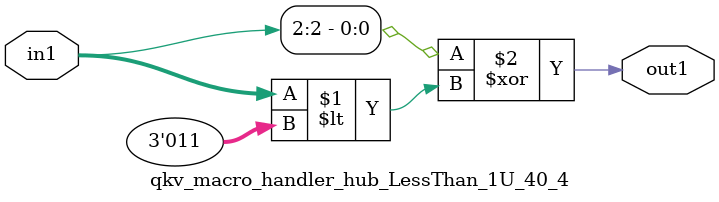
<source format=v>

`timescale 1ps / 1ps


module qkv_macro_handler_hub_LessThan_1U_40_4( in1, out1 );

    input [2:0] in1;
    output out1;

    
    // rtl_process:qkv_macro_handler_hub_LessThan_1U_40_4/qkv_macro_handler_hub_LessThan_1U_40_4_thread_1
    assign out1 = (in1[2] ^ in1 < 3'd3);

endmodule



</source>
